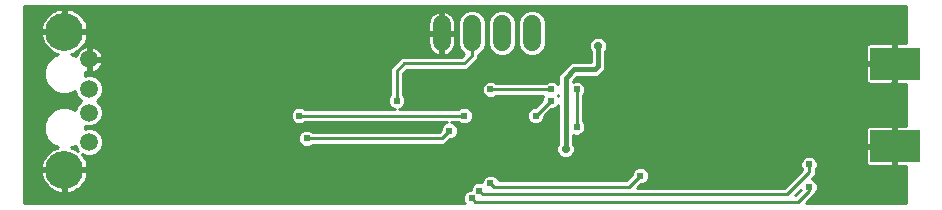
<source format=gbl>
G75*
%MOIN*%
%OFA0B0*%
%FSLAX25Y25*%
%IPPOS*%
%LPD*%
%AMOC8*
5,1,8,0,0,1.08239X$1,22.5*
%
%ADD10C,0.06000*%
%ADD11C,0.05937*%
%ADD12C,0.12661*%
%ADD13R,0.16500X0.10500*%
%ADD14C,0.02387*%
%ADD15C,0.01000*%
%ADD16C,0.02781*%
%ADD17C,0.01600*%
D10*
X0147219Y0083688D02*
X0147219Y0089687D01*
X0157219Y0089687D02*
X0157219Y0083688D01*
X0167219Y0083688D02*
X0167219Y0089687D01*
X0177219Y0089687D02*
X0177219Y0083688D01*
D11*
X0029719Y0077967D03*
X0029719Y0068125D03*
X0029719Y0060250D03*
X0029719Y0050408D03*
D12*
X0021451Y0041156D03*
X0021451Y0087219D03*
D13*
X0298290Y0076597D03*
X0298290Y0049081D03*
D14*
X0287179Y0049689D03*
X0283242Y0049689D03*
X0287179Y0046737D03*
X0287179Y0043784D03*
X0283242Y0042800D03*
X0289148Y0040831D03*
X0292100Y0040831D03*
X0295053Y0040831D03*
X0298006Y0040831D03*
X0300959Y0040831D03*
X0283242Y0034926D03*
X0277337Y0032957D03*
X0269689Y0035438D03*
X0254689Y0039188D03*
X0248793Y0038863D03*
X0241904Y0041815D03*
X0236982Y0039847D03*
X0227140Y0037878D03*
X0218281Y0037878D03*
X0213439Y0039188D03*
X0203518Y0038863D03*
X0195644Y0038863D03*
X0209423Y0042800D03*
X0217297Y0044768D03*
X0209423Y0049689D03*
X0197612Y0054611D03*
X0192189Y0055437D03*
X0178547Y0059187D03*
X0183547Y0064187D03*
X0183813Y0067938D03*
X0192189Y0067938D03*
X0197612Y0070359D03*
X0203439Y0065437D03*
X0208439Y0065437D03*
X0214344Y0070359D03*
X0214344Y0073312D03*
X0186785Y0076264D03*
X0181864Y0079217D03*
X0181864Y0072327D03*
X0163469Y0067938D03*
X0166116Y0064453D03*
X0157258Y0064453D03*
X0154719Y0059187D03*
X0161195Y0058548D03*
X0149719Y0054187D03*
X0154305Y0052642D03*
X0166116Y0052642D03*
X0138557Y0043784D03*
X0129699Y0044768D03*
X0119856Y0046737D03*
X0102219Y0051687D03*
X0119856Y0055595D03*
X0099719Y0059187D03*
X0103124Y0064453D03*
X0109030Y0070359D03*
X0109030Y0075280D03*
X0103124Y0075280D03*
X0114935Y0076264D03*
X0115919Y0079217D03*
X0115919Y0084138D03*
X0121825Y0085123D03*
X0141510Y0087091D03*
X0141510Y0081186D03*
X0152337Y0081186D03*
X0152337Y0093981D03*
X0141510Y0093981D03*
X0099187Y0089060D03*
X0078518Y0082170D03*
X0051943Y0085123D03*
X0051943Y0089060D03*
X0051943Y0092997D03*
X0030289Y0088075D03*
X0030289Y0083154D03*
X0043085Y0081186D03*
X0035211Y0078233D03*
X0034226Y0073312D03*
X0035211Y0064453D03*
X0039148Y0064453D03*
X0048006Y0060516D03*
X0059817Y0061500D03*
X0059817Y0058548D03*
X0072612Y0061500D03*
X0059817Y0064453D03*
X0058833Y0072327D03*
X0085407Y0065437D03*
X0132219Y0064187D03*
X0078518Y0047721D03*
X0071628Y0041815D03*
X0071628Y0036894D03*
X0064738Y0032957D03*
X0092297Y0034926D03*
X0119856Y0037878D03*
X0123793Y0038863D03*
X0135604Y0038863D03*
X0149384Y0034926D03*
X0157219Y0031687D03*
X0159719Y0034188D03*
X0163469Y0036688D03*
X0170053Y0042800D03*
X0181864Y0042800D03*
X0229689Y0052937D03*
X0232189Y0052937D03*
X0254689Y0054936D03*
X0259610Y0054936D03*
X0271431Y0053626D03*
X0271431Y0047721D03*
X0269689Y0042938D03*
X0299974Y0032957D03*
X0300959Y0056579D03*
X0298006Y0056579D03*
X0295053Y0056579D03*
X0292100Y0056579D03*
X0271431Y0059532D03*
X0271431Y0065437D03*
X0271431Y0071343D03*
X0263557Y0073312D03*
X0271431Y0077249D03*
X0277337Y0077249D03*
X0287179Y0077249D03*
X0287179Y0080201D03*
X0289148Y0084138D03*
X0292100Y0084138D03*
X0295053Y0084138D03*
X0298006Y0084138D03*
X0300959Y0084138D03*
X0299974Y0092997D03*
X0273400Y0092997D03*
X0248793Y0092997D03*
X0248793Y0083154D03*
X0257652Y0083154D03*
X0263557Y0081186D03*
X0239935Y0083154D03*
X0231077Y0083154D03*
X0222219Y0083154D03*
X0215329Y0083154D03*
X0215329Y0091028D03*
X0208439Y0092997D03*
X0201549Y0091028D03*
X0238941Y0063794D03*
X0242878Y0061825D03*
X0208439Y0060437D03*
X0203439Y0060437D03*
X0129699Y0033941D03*
X0048006Y0047721D03*
X0036195Y0045752D03*
X0030289Y0041815D03*
X0012573Y0041815D03*
X0014541Y0047721D03*
X0014541Y0034926D03*
X0021431Y0031973D03*
X0028321Y0034926D03*
X0036195Y0032957D03*
X0014541Y0081186D03*
X0012573Y0088075D03*
X0014541Y0093981D03*
X0028321Y0093981D03*
X0076549Y0093981D03*
X0298006Y0069375D03*
D15*
X0007968Y0095741D02*
X0007968Y0029937D01*
X0154903Y0029937D01*
X0154781Y0030059D01*
X0154344Y0031116D01*
X0154344Y0032259D01*
X0154781Y0033316D01*
X0155590Y0034125D01*
X0156647Y0034562D01*
X0156844Y0034562D01*
X0156844Y0034759D01*
X0157281Y0035816D01*
X0158090Y0036625D01*
X0159147Y0037062D01*
X0160290Y0037062D01*
X0160594Y0036937D01*
X0160594Y0037259D01*
X0161031Y0038316D01*
X0161840Y0039125D01*
X0162897Y0039562D01*
X0164040Y0039562D01*
X0165097Y0039125D01*
X0165906Y0038316D01*
X0166194Y0037619D01*
X0208786Y0037619D01*
X0210564Y0039397D01*
X0210564Y0039759D01*
X0211002Y0040816D01*
X0211811Y0041625D01*
X0212867Y0042062D01*
X0214011Y0042062D01*
X0215067Y0041625D01*
X0215876Y0040816D01*
X0216314Y0039759D01*
X0216314Y0038616D01*
X0215876Y0037559D01*
X0215067Y0036750D01*
X0214011Y0036313D01*
X0213649Y0036313D01*
X0212455Y0035119D01*
X0261286Y0035119D01*
X0267364Y0041197D01*
X0267252Y0041309D01*
X0266814Y0042366D01*
X0266814Y0043509D01*
X0267252Y0044566D01*
X0268061Y0045375D01*
X0269117Y0045812D01*
X0270261Y0045812D01*
X0271317Y0045375D01*
X0272126Y0044566D01*
X0272564Y0043509D01*
X0272564Y0042366D01*
X0272126Y0041309D01*
X0271870Y0041053D01*
X0271870Y0039534D01*
X0270535Y0038199D01*
X0271317Y0037875D01*
X0272126Y0037066D01*
X0272564Y0036009D01*
X0272564Y0034866D01*
X0272126Y0033809D01*
X0271870Y0033553D01*
X0271870Y0033284D01*
X0268523Y0029937D01*
X0302118Y0029937D01*
X0302118Y0042331D01*
X0298790Y0042331D01*
X0298790Y0048581D01*
X0297790Y0048581D01*
X0297790Y0042331D01*
X0289842Y0042331D01*
X0289461Y0042433D01*
X0289119Y0042631D01*
X0288839Y0042910D01*
X0288642Y0043252D01*
X0288540Y0043633D01*
X0288540Y0048581D01*
X0297790Y0048581D01*
X0297790Y0049581D01*
X0297790Y0055831D01*
X0289842Y0055831D01*
X0289461Y0055729D01*
X0289119Y0055531D01*
X0288839Y0055252D01*
X0288642Y0054910D01*
X0288540Y0054528D01*
X0288540Y0049581D01*
X0297790Y0049581D01*
X0298790Y0049581D01*
X0298790Y0055831D01*
X0302118Y0055831D01*
X0302118Y0069847D01*
X0298790Y0069847D01*
X0298790Y0076097D01*
X0297790Y0076097D01*
X0297790Y0069847D01*
X0289842Y0069847D01*
X0289461Y0069950D01*
X0289119Y0070147D01*
X0288839Y0070426D01*
X0288642Y0070768D01*
X0288540Y0071150D01*
X0288540Y0076097D01*
X0297790Y0076097D01*
X0297790Y0077097D01*
X0288540Y0077097D01*
X0288540Y0082045D01*
X0288642Y0082426D01*
X0288839Y0082768D01*
X0289119Y0083048D01*
X0289461Y0083245D01*
X0289842Y0083347D01*
X0297790Y0083347D01*
X0297790Y0077097D01*
X0298790Y0077097D01*
X0298790Y0083347D01*
X0302118Y0083347D01*
X0302118Y0095741D01*
X0007968Y0095741D01*
X0007968Y0095333D02*
X0302118Y0095333D01*
X0302118Y0094335D02*
X0178231Y0094335D01*
X0178150Y0094369D02*
X0176287Y0094369D01*
X0174567Y0093656D01*
X0173250Y0092339D01*
X0172537Y0090619D01*
X0172537Y0082756D01*
X0173250Y0081036D01*
X0174567Y0079719D01*
X0176287Y0079006D01*
X0178150Y0079006D01*
X0179870Y0079719D01*
X0181187Y0081036D01*
X0181900Y0082756D01*
X0181900Y0090619D01*
X0181187Y0092339D01*
X0179870Y0093656D01*
X0178150Y0094369D01*
X0176206Y0094335D02*
X0168231Y0094335D01*
X0168150Y0094369D02*
X0166287Y0094369D01*
X0164567Y0093656D01*
X0163250Y0092339D01*
X0162537Y0090619D01*
X0162537Y0082756D01*
X0163250Y0081036D01*
X0164567Y0079719D01*
X0166287Y0079006D01*
X0168150Y0079006D01*
X0169870Y0079719D01*
X0171187Y0081036D01*
X0171900Y0082756D01*
X0171900Y0090619D01*
X0171187Y0092339D01*
X0169870Y0093656D01*
X0168150Y0094369D01*
X0166206Y0094335D02*
X0158231Y0094335D01*
X0158150Y0094369D02*
X0156287Y0094369D01*
X0154567Y0093656D01*
X0153250Y0092339D01*
X0152537Y0090619D01*
X0152537Y0082756D01*
X0153250Y0081036D01*
X0154567Y0079719D01*
X0154637Y0079690D01*
X0153815Y0078869D01*
X0133815Y0078869D01*
X0131315Y0076369D01*
X0130037Y0075091D01*
X0130037Y0066072D01*
X0129781Y0065816D01*
X0129344Y0064759D01*
X0129344Y0063616D01*
X0129781Y0062559D01*
X0130590Y0061750D01*
X0131512Y0061369D01*
X0101603Y0061369D01*
X0101347Y0061625D01*
X0100290Y0062062D01*
X0099147Y0062062D01*
X0098090Y0061625D01*
X0097281Y0060816D01*
X0096844Y0059759D01*
X0096844Y0058616D01*
X0097281Y0057559D01*
X0098090Y0056750D01*
X0099147Y0056313D01*
X0100290Y0056313D01*
X0101347Y0056750D01*
X0101603Y0057006D01*
X0149012Y0057006D01*
X0148090Y0056625D01*
X0147281Y0055816D01*
X0146844Y0054759D01*
X0146844Y0054397D01*
X0146315Y0053869D01*
X0104103Y0053869D01*
X0103847Y0054125D01*
X0102790Y0054562D01*
X0101647Y0054562D01*
X0100590Y0054125D01*
X0099781Y0053316D01*
X0099344Y0052259D01*
X0099344Y0051116D01*
X0099781Y0050059D01*
X0100590Y0049250D01*
X0101647Y0048813D01*
X0102790Y0048813D01*
X0103847Y0049250D01*
X0104103Y0049506D01*
X0148122Y0049506D01*
X0149928Y0051313D01*
X0150290Y0051313D01*
X0151347Y0051750D01*
X0152156Y0052559D01*
X0152593Y0053616D01*
X0152593Y0054759D01*
X0152156Y0055816D01*
X0151347Y0056625D01*
X0150425Y0057006D01*
X0152834Y0057006D01*
X0153090Y0056750D01*
X0154147Y0056313D01*
X0155290Y0056313D01*
X0156347Y0056750D01*
X0157156Y0057559D01*
X0157593Y0058616D01*
X0157593Y0059759D01*
X0157156Y0060816D01*
X0156347Y0061625D01*
X0155290Y0062062D01*
X0154147Y0062062D01*
X0153090Y0061625D01*
X0152834Y0061369D01*
X0132925Y0061369D01*
X0133847Y0061750D01*
X0134656Y0062559D01*
X0135093Y0063616D01*
X0135093Y0064759D01*
X0134656Y0065816D01*
X0134400Y0066072D01*
X0134400Y0073284D01*
X0135622Y0074506D01*
X0155622Y0074506D01*
X0156900Y0075784D01*
X0159400Y0078284D01*
X0159400Y0079524D01*
X0159870Y0079719D01*
X0161187Y0081036D01*
X0161900Y0082756D01*
X0161900Y0090619D01*
X0161187Y0092339D01*
X0159870Y0093656D01*
X0158150Y0094369D01*
X0156206Y0094335D02*
X0024734Y0094335D01*
X0024922Y0094257D02*
X0023973Y0094650D01*
X0022982Y0094916D01*
X0021964Y0095050D01*
X0021951Y0095050D01*
X0021951Y0087719D01*
X0029281Y0087719D01*
X0029281Y0087732D01*
X0029148Y0088750D01*
X0028882Y0089741D01*
X0028489Y0090690D01*
X0027976Y0091579D01*
X0027351Y0092393D01*
X0026625Y0093119D01*
X0025811Y0093744D01*
X0024922Y0094257D01*
X0026342Y0093336D02*
X0144585Y0093336D01*
X0144860Y0093536D02*
X0144287Y0093120D01*
X0143786Y0092619D01*
X0143370Y0092046D01*
X0143048Y0091415D01*
X0142829Y0090741D01*
X0142719Y0090042D01*
X0142719Y0087187D01*
X0146718Y0087187D01*
X0146718Y0086188D01*
X0142719Y0086188D01*
X0142719Y0083333D01*
X0142829Y0082634D01*
X0143048Y0081960D01*
X0143370Y0081329D01*
X0143786Y0080756D01*
X0144287Y0080255D01*
X0144860Y0079839D01*
X0145491Y0079517D01*
X0146165Y0079298D01*
X0146719Y0079211D01*
X0146719Y0086187D01*
X0147718Y0086187D01*
X0147718Y0079211D01*
X0148272Y0079298D01*
X0148946Y0079517D01*
X0149577Y0079839D01*
X0150150Y0080255D01*
X0150651Y0080756D01*
X0151067Y0081329D01*
X0151389Y0081960D01*
X0151608Y0082634D01*
X0151718Y0083333D01*
X0151718Y0086188D01*
X0147719Y0086188D01*
X0147719Y0087187D01*
X0151718Y0087187D01*
X0151718Y0090042D01*
X0151608Y0090741D01*
X0151389Y0091415D01*
X0151067Y0092046D01*
X0150651Y0092619D01*
X0150150Y0093120D01*
X0149577Y0093536D01*
X0148946Y0093858D01*
X0148272Y0094077D01*
X0147718Y0094164D01*
X0147718Y0087188D01*
X0146719Y0087188D01*
X0146719Y0094164D01*
X0146165Y0094077D01*
X0145491Y0093858D01*
X0144860Y0093536D01*
X0143582Y0092338D02*
X0027393Y0092338D01*
X0028114Y0091339D02*
X0143024Y0091339D01*
X0142766Y0090341D02*
X0028634Y0090341D01*
X0028989Y0089342D02*
X0142719Y0089342D01*
X0142719Y0088344D02*
X0029201Y0088344D01*
X0029281Y0086719D02*
X0021951Y0086719D01*
X0021951Y0087719D01*
X0020951Y0087719D01*
X0020951Y0095050D01*
X0020938Y0095050D01*
X0019920Y0094916D01*
X0018928Y0094650D01*
X0017980Y0094257D01*
X0017091Y0093744D01*
X0016277Y0093119D01*
X0015551Y0092393D01*
X0014926Y0091579D01*
X0014413Y0090690D01*
X0014020Y0089741D01*
X0013754Y0088750D01*
X0013620Y0087732D01*
X0013620Y0087719D01*
X0020951Y0087719D01*
X0020951Y0086719D01*
X0013620Y0086719D01*
X0013620Y0086706D01*
X0013754Y0085688D01*
X0014020Y0084696D01*
X0014413Y0083748D01*
X0014926Y0082859D01*
X0015551Y0082045D01*
X0016277Y0081319D01*
X0017091Y0080694D01*
X0017980Y0080181D01*
X0018928Y0079788D01*
X0019167Y0079724D01*
X0017564Y0079060D01*
X0015633Y0077130D01*
X0014589Y0074608D01*
X0014589Y0071878D01*
X0015633Y0069355D01*
X0017564Y0067425D01*
X0020086Y0066380D01*
X0022816Y0066380D01*
X0025069Y0067314D01*
X0025069Y0067200D01*
X0025777Y0065491D01*
X0027080Y0064187D01*
X0025777Y0062884D01*
X0025069Y0061175D01*
X0025069Y0061061D01*
X0022816Y0061995D01*
X0020086Y0061995D01*
X0017564Y0060950D01*
X0015633Y0059020D01*
X0014589Y0056497D01*
X0014589Y0053767D01*
X0015633Y0051245D01*
X0017564Y0049315D01*
X0019167Y0048651D01*
X0018928Y0048587D01*
X0017980Y0048194D01*
X0017091Y0047681D01*
X0016277Y0047056D01*
X0015551Y0046330D01*
X0014926Y0045516D01*
X0014413Y0044627D01*
X0014020Y0043678D01*
X0013754Y0042687D01*
X0013620Y0041669D01*
X0013620Y0041656D01*
X0020951Y0041656D01*
X0020951Y0040656D01*
X0021951Y0040656D01*
X0021951Y0041656D01*
X0029281Y0041656D01*
X0029281Y0041669D01*
X0029148Y0042687D01*
X0028882Y0043678D01*
X0028489Y0044627D01*
X0027976Y0045516D01*
X0027351Y0046330D01*
X0027307Y0046374D01*
X0028794Y0045758D01*
X0030643Y0045758D01*
X0032352Y0046466D01*
X0033660Y0047774D01*
X0034368Y0049483D01*
X0034368Y0051333D01*
X0033660Y0053042D01*
X0032352Y0054350D01*
X0030643Y0055058D01*
X0028794Y0055058D01*
X0028313Y0054858D01*
X0028313Y0055800D01*
X0028794Y0055601D01*
X0030643Y0055601D01*
X0032352Y0056309D01*
X0033660Y0057617D01*
X0034368Y0059326D01*
X0034368Y0061175D01*
X0033660Y0062884D01*
X0032357Y0064187D01*
X0033660Y0065491D01*
X0034368Y0067200D01*
X0034368Y0069049D01*
X0033660Y0070758D01*
X0032352Y0072066D01*
X0030643Y0072774D01*
X0028794Y0072774D01*
X0028313Y0072575D01*
X0028313Y0073725D01*
X0028672Y0073609D01*
X0029234Y0073520D01*
X0029234Y0077483D01*
X0030203Y0077483D01*
X0030203Y0078451D01*
X0034166Y0078451D01*
X0034077Y0079013D01*
X0033860Y0079682D01*
X0033540Y0080309D01*
X0033127Y0080878D01*
X0032630Y0081375D01*
X0032061Y0081789D01*
X0031434Y0082108D01*
X0030765Y0082325D01*
X0030203Y0082415D01*
X0030203Y0078451D01*
X0029234Y0078451D01*
X0029234Y0082415D01*
X0028672Y0082325D01*
X0028003Y0082108D01*
X0027376Y0081789D01*
X0026807Y0081375D01*
X0026310Y0080878D01*
X0025897Y0080309D01*
X0025577Y0079682D01*
X0025366Y0079032D01*
X0025338Y0079060D01*
X0023735Y0079724D01*
X0023973Y0079788D01*
X0024922Y0080181D01*
X0025811Y0080694D01*
X0026625Y0081319D01*
X0027351Y0082045D01*
X0027976Y0082859D01*
X0028489Y0083748D01*
X0028882Y0084696D01*
X0029148Y0085688D01*
X0029281Y0086706D01*
X0029281Y0086719D01*
X0029234Y0086347D02*
X0146718Y0086347D01*
X0146719Y0087345D02*
X0147718Y0087345D01*
X0147719Y0086347D02*
X0152537Y0086347D01*
X0152537Y0087345D02*
X0151718Y0087345D01*
X0151718Y0088344D02*
X0152537Y0088344D01*
X0152537Y0089342D02*
X0151718Y0089342D01*
X0151671Y0090341D02*
X0152537Y0090341D01*
X0152836Y0091339D02*
X0151413Y0091339D01*
X0150855Y0092338D02*
X0153249Y0092338D01*
X0154247Y0093336D02*
X0149852Y0093336D01*
X0147718Y0093336D02*
X0146719Y0093336D01*
X0146719Y0092338D02*
X0147718Y0092338D01*
X0147718Y0091339D02*
X0146719Y0091339D01*
X0146719Y0090341D02*
X0147718Y0090341D01*
X0147718Y0089342D02*
X0146719Y0089342D01*
X0146719Y0088344D02*
X0147718Y0088344D01*
X0142719Y0087345D02*
X0021951Y0087345D01*
X0021951Y0088344D02*
X0020951Y0088344D01*
X0020951Y0089342D02*
X0021951Y0089342D01*
X0021951Y0090341D02*
X0020951Y0090341D01*
X0020951Y0091339D02*
X0021951Y0091339D01*
X0021951Y0092338D02*
X0020951Y0092338D01*
X0020951Y0093336D02*
X0021951Y0093336D01*
X0021951Y0094335D02*
X0020951Y0094335D01*
X0018167Y0094335D02*
X0007968Y0094335D01*
X0007968Y0093336D02*
X0016560Y0093336D01*
X0015508Y0092338D02*
X0007968Y0092338D01*
X0007968Y0091339D02*
X0014787Y0091339D01*
X0014268Y0090341D02*
X0007968Y0090341D01*
X0007968Y0089342D02*
X0013913Y0089342D01*
X0013701Y0088344D02*
X0007968Y0088344D01*
X0007968Y0087345D02*
X0020951Y0087345D01*
X0013845Y0085348D02*
X0007968Y0085348D01*
X0007968Y0084350D02*
X0014163Y0084350D01*
X0014642Y0083351D02*
X0007968Y0083351D01*
X0007968Y0082353D02*
X0015314Y0082353D01*
X0016241Y0081354D02*
X0007968Y0081354D01*
X0007968Y0080356D02*
X0017677Y0080356D01*
X0018281Y0079357D02*
X0007968Y0079357D01*
X0007968Y0078359D02*
X0016862Y0078359D01*
X0015864Y0077360D02*
X0007968Y0077360D01*
X0007968Y0076362D02*
X0015315Y0076362D01*
X0014902Y0075363D02*
X0007968Y0075363D01*
X0007968Y0074365D02*
X0014589Y0074365D01*
X0014589Y0073366D02*
X0007968Y0073366D01*
X0007968Y0072368D02*
X0014589Y0072368D01*
X0014799Y0071369D02*
X0007968Y0071369D01*
X0007968Y0070371D02*
X0015213Y0070371D01*
X0015626Y0069372D02*
X0007968Y0069372D01*
X0007968Y0068373D02*
X0016615Y0068373D01*
X0017685Y0067375D02*
X0007968Y0067375D01*
X0007968Y0066376D02*
X0025410Y0066376D01*
X0025890Y0065378D02*
X0007968Y0065378D01*
X0007968Y0064379D02*
X0026888Y0064379D01*
X0026273Y0063381D02*
X0007968Y0063381D01*
X0007968Y0062382D02*
X0025569Y0062382D01*
X0025155Y0061384D02*
X0024290Y0061384D01*
X0018612Y0061384D02*
X0007968Y0061384D01*
X0007968Y0060385D02*
X0016999Y0060385D01*
X0016001Y0059387D02*
X0007968Y0059387D01*
X0007968Y0058388D02*
X0015372Y0058388D01*
X0014958Y0057390D02*
X0007968Y0057390D01*
X0007968Y0056391D02*
X0014589Y0056391D01*
X0014589Y0055393D02*
X0007968Y0055393D01*
X0007968Y0054394D02*
X0014589Y0054394D01*
X0014742Y0053396D02*
X0007968Y0053396D01*
X0007968Y0052397D02*
X0015156Y0052397D01*
X0015570Y0051399D02*
X0007968Y0051399D01*
X0007968Y0050400D02*
X0016478Y0050400D01*
X0017477Y0049402D02*
X0007968Y0049402D01*
X0007968Y0048403D02*
X0018485Y0048403D01*
X0016731Y0047405D02*
X0007968Y0047405D01*
X0007968Y0046406D02*
X0015627Y0046406D01*
X0014863Y0045408D02*
X0007968Y0045408D01*
X0007968Y0044409D02*
X0014322Y0044409D01*
X0013948Y0043411D02*
X0007968Y0043411D01*
X0007968Y0042412D02*
X0013718Y0042412D01*
X0013620Y0040656D02*
X0013620Y0040643D01*
X0013754Y0039625D01*
X0014020Y0038634D01*
X0014413Y0037685D01*
X0014926Y0036796D01*
X0015551Y0035982D01*
X0016277Y0035256D01*
X0017091Y0034631D01*
X0017980Y0034118D01*
X0018928Y0033725D01*
X0019920Y0033459D01*
X0020938Y0033325D01*
X0020951Y0033325D01*
X0020951Y0040656D01*
X0013620Y0040656D01*
X0013650Y0040415D02*
X0007968Y0040415D01*
X0007968Y0039417D02*
X0013810Y0039417D01*
X0014109Y0038418D02*
X0007968Y0038418D01*
X0007968Y0037420D02*
X0014566Y0037420D01*
X0015214Y0036421D02*
X0007968Y0036421D01*
X0007968Y0035423D02*
X0016110Y0035423D01*
X0017449Y0034424D02*
X0007968Y0034424D01*
X0007968Y0033426D02*
X0020176Y0033426D01*
X0020951Y0033426D02*
X0021951Y0033426D01*
X0021951Y0033325D02*
X0021964Y0033325D01*
X0022982Y0033459D01*
X0023973Y0033725D01*
X0024922Y0034118D01*
X0025811Y0034631D01*
X0026625Y0035256D01*
X0027351Y0035982D01*
X0027976Y0036796D01*
X0028489Y0037685D01*
X0028882Y0038634D01*
X0029148Y0039625D01*
X0029281Y0040643D01*
X0029281Y0040656D01*
X0021951Y0040656D01*
X0021951Y0033325D01*
X0022726Y0033426D02*
X0154891Y0033426D01*
X0154413Y0032427D02*
X0007968Y0032427D01*
X0007968Y0031429D02*
X0154344Y0031429D01*
X0154628Y0030430D02*
X0007968Y0030430D01*
X0020951Y0034424D02*
X0021951Y0034424D01*
X0021951Y0035423D02*
X0020951Y0035423D01*
X0020951Y0036421D02*
X0021951Y0036421D01*
X0021951Y0037420D02*
X0020951Y0037420D01*
X0020951Y0038418D02*
X0021951Y0038418D01*
X0021951Y0039417D02*
X0020951Y0039417D01*
X0020951Y0040415D02*
X0021951Y0040415D01*
X0021951Y0041414D02*
X0211600Y0041414D01*
X0210836Y0040415D02*
X0029252Y0040415D01*
X0029092Y0039417D02*
X0162545Y0039417D01*
X0161134Y0038418D02*
X0028793Y0038418D01*
X0028336Y0037420D02*
X0160660Y0037420D01*
X0163469Y0036688D02*
X0164719Y0035438D01*
X0209689Y0035438D01*
X0213439Y0039188D01*
X0216042Y0040415D02*
X0266582Y0040415D01*
X0267208Y0041414D02*
X0215278Y0041414D01*
X0216314Y0039417D02*
X0265584Y0039417D01*
X0264585Y0038418D02*
X0216232Y0038418D01*
X0215737Y0037420D02*
X0263587Y0037420D01*
X0262588Y0036421D02*
X0214273Y0036421D01*
X0212759Y0035423D02*
X0261590Y0035423D01*
X0264955Y0032619D02*
X0266928Y0034592D01*
X0266951Y0034534D01*
X0265036Y0032619D01*
X0264955Y0032619D01*
X0265762Y0033426D02*
X0265843Y0033426D01*
X0266760Y0034424D02*
X0266841Y0034424D01*
X0269689Y0034188D02*
X0265939Y0030437D01*
X0158469Y0030437D01*
X0157219Y0031687D01*
X0159719Y0034188D02*
X0160969Y0032938D01*
X0262189Y0032938D01*
X0269689Y0040438D01*
X0269689Y0042938D01*
X0272191Y0044409D02*
X0288540Y0044409D01*
X0288540Y0045408D02*
X0271238Y0045408D01*
X0268140Y0045408D02*
X0190094Y0045408D01*
X0190248Y0045471D02*
X0191112Y0046335D01*
X0191580Y0047464D01*
X0191580Y0048686D01*
X0191112Y0049815D01*
X0190989Y0049938D01*
X0190989Y0052823D01*
X0191617Y0052563D01*
X0192761Y0052563D01*
X0193817Y0053000D01*
X0194626Y0053809D01*
X0195064Y0054866D01*
X0195064Y0056009D01*
X0194626Y0057066D01*
X0194370Y0057322D01*
X0194370Y0066053D01*
X0194626Y0066309D01*
X0195064Y0067366D01*
X0195064Y0068509D01*
X0194626Y0069566D01*
X0193817Y0070375D01*
X0192761Y0070812D01*
X0191617Y0070812D01*
X0190989Y0070552D01*
X0190989Y0070670D01*
X0192488Y0072169D01*
X0198844Y0072169D01*
X0199756Y0072547D01*
X0200740Y0073531D01*
X0201438Y0074229D01*
X0201816Y0075141D01*
X0201816Y0080661D01*
X0201939Y0080784D01*
X0202406Y0081913D01*
X0202406Y0083135D01*
X0201939Y0084264D01*
X0201075Y0085128D01*
X0199946Y0085596D01*
X0198724Y0085596D01*
X0197595Y0085128D01*
X0196731Y0084264D01*
X0196263Y0083135D01*
X0196263Y0081913D01*
X0196731Y0080784D01*
X0196854Y0080661D01*
X0196854Y0077131D01*
X0190967Y0077131D01*
X0190055Y0076753D01*
X0189357Y0076056D01*
X0186404Y0073103D01*
X0186027Y0072191D01*
X0186027Y0069789D01*
X0185441Y0070375D01*
X0184385Y0070812D01*
X0183241Y0070812D01*
X0182185Y0070375D01*
X0181929Y0070119D01*
X0165353Y0070119D01*
X0165097Y0070375D01*
X0164040Y0070812D01*
X0162897Y0070812D01*
X0161840Y0070375D01*
X0161031Y0069566D01*
X0160594Y0068509D01*
X0160594Y0067366D01*
X0161031Y0066309D01*
X0161840Y0065500D01*
X0162897Y0065063D01*
X0164040Y0065063D01*
X0165097Y0065500D01*
X0165353Y0065756D01*
X0181085Y0065756D01*
X0180672Y0064759D01*
X0180672Y0064397D01*
X0178337Y0062062D01*
X0177975Y0062062D01*
X0176919Y0061625D01*
X0176110Y0060816D01*
X0175672Y0059759D01*
X0175672Y0058616D01*
X0176110Y0057559D01*
X0176919Y0056750D01*
X0177975Y0056313D01*
X0179119Y0056313D01*
X0180176Y0056750D01*
X0180984Y0057559D01*
X0181422Y0058616D01*
X0181422Y0058978D01*
X0183757Y0061313D01*
X0184119Y0061313D01*
X0185176Y0061750D01*
X0185984Y0062559D01*
X0186027Y0062661D01*
X0186027Y0049938D01*
X0185904Y0049815D01*
X0185436Y0048686D01*
X0185436Y0047464D01*
X0185904Y0046335D01*
X0186768Y0045471D01*
X0187897Y0045004D01*
X0189119Y0045004D01*
X0190248Y0045471D01*
X0191141Y0046406D02*
X0288540Y0046406D01*
X0288540Y0047405D02*
X0191555Y0047405D01*
X0191580Y0048403D02*
X0288540Y0048403D01*
X0288540Y0050400D02*
X0190989Y0050400D01*
X0190989Y0051399D02*
X0288540Y0051399D01*
X0288540Y0052397D02*
X0190989Y0052397D01*
X0194213Y0053396D02*
X0288540Y0053396D01*
X0288540Y0054394D02*
X0194869Y0054394D01*
X0195064Y0055393D02*
X0288980Y0055393D01*
X0297790Y0055393D02*
X0298790Y0055393D01*
X0298790Y0054394D02*
X0297790Y0054394D01*
X0297790Y0053396D02*
X0298790Y0053396D01*
X0298790Y0052397D02*
X0297790Y0052397D01*
X0297790Y0051399D02*
X0298790Y0051399D01*
X0298790Y0050400D02*
X0297790Y0050400D01*
X0297790Y0049402D02*
X0191283Y0049402D01*
X0186027Y0050400D02*
X0149016Y0050400D01*
X0150498Y0051399D02*
X0186027Y0051399D01*
X0186027Y0052397D02*
X0151994Y0052397D01*
X0152502Y0053396D02*
X0186027Y0053396D01*
X0186027Y0054394D02*
X0152593Y0054394D01*
X0152331Y0055393D02*
X0186027Y0055393D01*
X0186027Y0056391D02*
X0179309Y0056391D01*
X0177786Y0056391D02*
X0155480Y0056391D01*
X0153957Y0056391D02*
X0151580Y0056391D01*
X0147857Y0056391D02*
X0100480Y0056391D01*
X0098957Y0056391D02*
X0032435Y0056391D01*
X0033433Y0057390D02*
X0097451Y0057390D01*
X0096938Y0058388D02*
X0033980Y0058388D01*
X0034368Y0059387D02*
X0096844Y0059387D01*
X0097103Y0060385D02*
X0034368Y0060385D01*
X0034282Y0061384D02*
X0097849Y0061384D01*
X0101588Y0061384D02*
X0131475Y0061384D01*
X0132962Y0061384D02*
X0152849Y0061384D01*
X0156588Y0061384D02*
X0176678Y0061384D01*
X0175932Y0060385D02*
X0157334Y0060385D01*
X0157593Y0059387D02*
X0175672Y0059387D01*
X0175767Y0058388D02*
X0157499Y0058388D01*
X0156986Y0057390D02*
X0176279Y0057390D01*
X0180815Y0057390D02*
X0186027Y0057390D01*
X0186027Y0058388D02*
X0181328Y0058388D01*
X0181831Y0059387D02*
X0186027Y0059387D01*
X0186027Y0060385D02*
X0182830Y0060385D01*
X0184291Y0061384D02*
X0186027Y0061384D01*
X0186027Y0062382D02*
X0185808Y0062382D01*
X0183547Y0064187D02*
X0178547Y0059187D01*
X0178658Y0062382D02*
X0134479Y0062382D01*
X0134996Y0063381D02*
X0179656Y0063381D01*
X0180655Y0064379D02*
X0135093Y0064379D01*
X0134837Y0065378D02*
X0162136Y0065378D01*
X0161003Y0066376D02*
X0134400Y0066376D01*
X0134400Y0067375D02*
X0160594Y0067375D01*
X0160594Y0068373D02*
X0134400Y0068373D01*
X0134400Y0069372D02*
X0160951Y0069372D01*
X0161836Y0070371D02*
X0134400Y0070371D01*
X0134400Y0071369D02*
X0186027Y0071369D01*
X0186027Y0070371D02*
X0185446Y0070371D01*
X0182180Y0070371D02*
X0165101Y0070371D01*
X0163469Y0067938D02*
X0183813Y0067938D01*
X0185871Y0065930D02*
X0186027Y0066086D01*
X0186027Y0065714D01*
X0185984Y0065816D01*
X0185871Y0065930D01*
X0180929Y0065378D02*
X0164801Y0065378D01*
X0154719Y0059187D02*
X0099719Y0059187D01*
X0101241Y0054394D02*
X0032245Y0054394D01*
X0033306Y0053396D02*
X0099861Y0053396D01*
X0099401Y0052397D02*
X0033927Y0052397D01*
X0034341Y0051399D02*
X0099344Y0051399D01*
X0099640Y0050400D02*
X0034368Y0050400D01*
X0034334Y0049402D02*
X0100439Y0049402D01*
X0103998Y0049402D02*
X0185733Y0049402D01*
X0185436Y0048403D02*
X0033921Y0048403D01*
X0033291Y0047405D02*
X0185461Y0047405D01*
X0185874Y0046406D02*
X0032207Y0046406D01*
X0028038Y0045408D02*
X0186921Y0045408D01*
X0165803Y0038418D02*
X0209585Y0038418D01*
X0210564Y0039417D02*
X0164392Y0039417D01*
X0157887Y0036421D02*
X0027688Y0036421D01*
X0026792Y0035423D02*
X0157118Y0035423D01*
X0156313Y0034424D02*
X0025452Y0034424D01*
X0020951Y0041414D02*
X0007968Y0041414D01*
X0024922Y0048194D02*
X0025811Y0047681D01*
X0026066Y0047485D01*
X0025777Y0047774D01*
X0025168Y0049244D01*
X0023735Y0048651D01*
X0023973Y0048587D01*
X0024922Y0048194D01*
X0024417Y0048403D02*
X0025516Y0048403D01*
X0028579Y0044409D02*
X0267187Y0044409D01*
X0266814Y0043411D02*
X0028954Y0043411D01*
X0029184Y0042412D02*
X0266814Y0042412D01*
X0272169Y0041414D02*
X0302118Y0041414D01*
X0302118Y0040415D02*
X0271870Y0040415D01*
X0271753Y0039417D02*
X0302118Y0039417D01*
X0302118Y0038418D02*
X0270754Y0038418D01*
X0271772Y0037420D02*
X0302118Y0037420D01*
X0302118Y0036421D02*
X0272393Y0036421D01*
X0272564Y0035423D02*
X0302118Y0035423D01*
X0302118Y0034424D02*
X0272381Y0034424D01*
X0271870Y0033426D02*
X0302118Y0033426D01*
X0302118Y0032427D02*
X0271013Y0032427D01*
X0270015Y0031429D02*
X0302118Y0031429D01*
X0302118Y0030430D02*
X0269016Y0030430D01*
X0269689Y0034188D02*
X0269689Y0035438D01*
X0272564Y0042412D02*
X0289539Y0042412D01*
X0288599Y0043411D02*
X0272564Y0043411D01*
X0297790Y0043411D02*
X0298790Y0043411D01*
X0298790Y0044409D02*
X0297790Y0044409D01*
X0297790Y0045408D02*
X0298790Y0045408D01*
X0298790Y0046406D02*
X0297790Y0046406D01*
X0297790Y0047405D02*
X0298790Y0047405D01*
X0298790Y0048403D02*
X0297790Y0048403D01*
X0297790Y0042412D02*
X0298790Y0042412D01*
X0302118Y0056391D02*
X0194906Y0056391D01*
X0194370Y0057390D02*
X0302118Y0057390D01*
X0302118Y0058388D02*
X0194370Y0058388D01*
X0194370Y0059387D02*
X0302118Y0059387D01*
X0302118Y0060385D02*
X0194370Y0060385D01*
X0194370Y0061384D02*
X0302118Y0061384D01*
X0302118Y0062382D02*
X0194370Y0062382D01*
X0194370Y0063381D02*
X0302118Y0063381D01*
X0302118Y0064379D02*
X0194370Y0064379D01*
X0194370Y0065378D02*
X0302118Y0065378D01*
X0302118Y0066376D02*
X0194654Y0066376D01*
X0195064Y0067375D02*
X0302118Y0067375D01*
X0302118Y0068373D02*
X0195064Y0068373D01*
X0194706Y0069372D02*
X0302118Y0069372D01*
X0298790Y0070371D02*
X0297790Y0070371D01*
X0297790Y0071369D02*
X0298790Y0071369D01*
X0298790Y0072368D02*
X0297790Y0072368D01*
X0297790Y0073366D02*
X0298790Y0073366D01*
X0298790Y0074365D02*
X0297790Y0074365D01*
X0297790Y0075363D02*
X0298790Y0075363D01*
X0297790Y0076362D02*
X0201816Y0076362D01*
X0201816Y0077360D02*
X0288540Y0077360D01*
X0288540Y0078359D02*
X0201816Y0078359D01*
X0201816Y0079357D02*
X0288540Y0079357D01*
X0288540Y0080356D02*
X0201816Y0080356D01*
X0202175Y0081354D02*
X0288540Y0081354D01*
X0288622Y0082353D02*
X0202406Y0082353D01*
X0202317Y0083351D02*
X0302118Y0083351D01*
X0302118Y0084350D02*
X0201853Y0084350D01*
X0200543Y0085348D02*
X0302118Y0085348D01*
X0302118Y0086347D02*
X0181900Y0086347D01*
X0181900Y0087345D02*
X0302118Y0087345D01*
X0302118Y0088344D02*
X0181900Y0088344D01*
X0181900Y0089342D02*
X0302118Y0089342D01*
X0302118Y0090341D02*
X0181900Y0090341D01*
X0181601Y0091339D02*
X0302118Y0091339D01*
X0302118Y0092338D02*
X0181188Y0092338D01*
X0180190Y0093336D02*
X0302118Y0093336D01*
X0298790Y0082353D02*
X0297790Y0082353D01*
X0297790Y0081354D02*
X0298790Y0081354D01*
X0298790Y0080356D02*
X0297790Y0080356D01*
X0297790Y0079357D02*
X0298790Y0079357D01*
X0298790Y0078359D02*
X0297790Y0078359D01*
X0297790Y0077360D02*
X0298790Y0077360D01*
X0288540Y0075363D02*
X0201816Y0075363D01*
X0201494Y0074365D02*
X0288540Y0074365D01*
X0288540Y0073366D02*
X0200575Y0073366D01*
X0199323Y0072368D02*
X0288540Y0072368D01*
X0288540Y0071369D02*
X0191688Y0071369D01*
X0193822Y0070371D02*
X0288895Y0070371D01*
X0198126Y0085348D02*
X0181900Y0085348D01*
X0181900Y0084350D02*
X0196816Y0084350D01*
X0196352Y0083351D02*
X0181900Y0083351D01*
X0181732Y0082353D02*
X0196263Y0082353D01*
X0196495Y0081354D02*
X0181319Y0081354D01*
X0180507Y0080356D02*
X0196854Y0080356D01*
X0196854Y0079357D02*
X0178996Y0079357D01*
X0175441Y0079357D02*
X0168996Y0079357D01*
X0170507Y0080356D02*
X0173930Y0080356D01*
X0173118Y0081354D02*
X0171319Y0081354D01*
X0171732Y0082353D02*
X0172705Y0082353D01*
X0172537Y0083351D02*
X0171900Y0083351D01*
X0171900Y0084350D02*
X0172537Y0084350D01*
X0172537Y0085348D02*
X0171900Y0085348D01*
X0171900Y0086347D02*
X0172537Y0086347D01*
X0172537Y0087345D02*
X0171900Y0087345D01*
X0171900Y0088344D02*
X0172537Y0088344D01*
X0172537Y0089342D02*
X0171900Y0089342D01*
X0171900Y0090341D02*
X0172537Y0090341D01*
X0172836Y0091339D02*
X0171601Y0091339D01*
X0171188Y0092338D02*
X0173249Y0092338D01*
X0174247Y0093336D02*
X0170190Y0093336D01*
X0164247Y0093336D02*
X0160190Y0093336D01*
X0161188Y0092338D02*
X0163249Y0092338D01*
X0162836Y0091339D02*
X0161601Y0091339D01*
X0161900Y0090341D02*
X0162537Y0090341D01*
X0162537Y0089342D02*
X0161900Y0089342D01*
X0161900Y0088344D02*
X0162537Y0088344D01*
X0162537Y0087345D02*
X0161900Y0087345D01*
X0161900Y0086347D02*
X0162537Y0086347D01*
X0162537Y0085348D02*
X0161900Y0085348D01*
X0161900Y0084350D02*
X0162537Y0084350D01*
X0162537Y0083351D02*
X0161900Y0083351D01*
X0161732Y0082353D02*
X0162705Y0082353D01*
X0163118Y0081354D02*
X0161319Y0081354D01*
X0160507Y0080356D02*
X0163930Y0080356D01*
X0165441Y0079357D02*
X0159400Y0079357D01*
X0159400Y0078359D02*
X0196854Y0078359D01*
X0196854Y0077360D02*
X0158476Y0077360D01*
X0157477Y0076362D02*
X0189663Y0076362D01*
X0188665Y0075363D02*
X0156479Y0075363D01*
X0154719Y0076688D02*
X0134719Y0076688D01*
X0132219Y0074188D01*
X0132219Y0064187D01*
X0129344Y0064379D02*
X0032549Y0064379D01*
X0033164Y0063381D02*
X0129441Y0063381D01*
X0129958Y0062382D02*
X0033868Y0062382D01*
X0033547Y0065378D02*
X0129600Y0065378D01*
X0130037Y0066376D02*
X0034027Y0066376D01*
X0034368Y0067375D02*
X0130037Y0067375D01*
X0130037Y0068373D02*
X0034368Y0068373D01*
X0034234Y0069372D02*
X0130037Y0069372D01*
X0130037Y0070371D02*
X0033821Y0070371D01*
X0033050Y0071369D02*
X0130037Y0071369D01*
X0130037Y0072368D02*
X0031625Y0072368D01*
X0031434Y0073826D02*
X0030765Y0073609D01*
X0030203Y0073520D01*
X0030203Y0077483D01*
X0034166Y0077483D01*
X0034077Y0076921D01*
X0033860Y0076252D01*
X0033540Y0075625D01*
X0033127Y0075056D01*
X0032630Y0074559D01*
X0032061Y0074145D01*
X0031434Y0073826D01*
X0032362Y0074365D02*
X0130037Y0074365D01*
X0130037Y0073366D02*
X0028313Y0073366D01*
X0029234Y0074365D02*
X0030203Y0074365D01*
X0030203Y0075363D02*
X0029234Y0075363D01*
X0029234Y0076362D02*
X0030203Y0076362D01*
X0030203Y0077360D02*
X0029234Y0077360D01*
X0030203Y0078359D02*
X0133305Y0078359D01*
X0132307Y0077360D02*
X0034147Y0077360D01*
X0033895Y0076362D02*
X0131308Y0076362D01*
X0130310Y0075363D02*
X0033350Y0075363D01*
X0033965Y0079357D02*
X0145984Y0079357D01*
X0146719Y0079357D02*
X0147718Y0079357D01*
X0148453Y0079357D02*
X0154304Y0079357D01*
X0153930Y0080356D02*
X0150251Y0080356D01*
X0151080Y0081354D02*
X0153118Y0081354D01*
X0152705Y0082353D02*
X0151516Y0082353D01*
X0151718Y0083351D02*
X0152537Y0083351D01*
X0152537Y0084350D02*
X0151718Y0084350D01*
X0151718Y0085348D02*
X0152537Y0085348D01*
X0157219Y0086687D02*
X0157219Y0079188D01*
X0154719Y0076688D01*
X0147718Y0080356D02*
X0146719Y0080356D01*
X0146719Y0081354D02*
X0147718Y0081354D01*
X0147718Y0082353D02*
X0146719Y0082353D01*
X0146719Y0083351D02*
X0147718Y0083351D01*
X0147718Y0084350D02*
X0146719Y0084350D01*
X0146719Y0085348D02*
X0147718Y0085348D01*
X0142719Y0085348D02*
X0029056Y0085348D01*
X0028738Y0084350D02*
X0142719Y0084350D01*
X0142719Y0083351D02*
X0028260Y0083351D01*
X0028844Y0082353D02*
X0027587Y0082353D01*
X0026786Y0081354D02*
X0026660Y0081354D01*
X0025931Y0080356D02*
X0025224Y0080356D01*
X0025472Y0079357D02*
X0024621Y0079357D01*
X0029234Y0079357D02*
X0030203Y0079357D01*
X0030203Y0080356D02*
X0029234Y0080356D01*
X0029234Y0081354D02*
X0030203Y0081354D01*
X0030203Y0082353D02*
X0029234Y0082353D01*
X0030593Y0082353D02*
X0142921Y0082353D01*
X0143357Y0081354D02*
X0032651Y0081354D01*
X0033506Y0080356D02*
X0144186Y0080356D01*
X0135480Y0074365D02*
X0187666Y0074365D01*
X0186668Y0073366D02*
X0134482Y0073366D01*
X0134400Y0072368D02*
X0186100Y0072368D01*
X0192189Y0067938D02*
X0192189Y0055437D01*
X0149719Y0054187D02*
X0147219Y0051687D01*
X0102219Y0051687D01*
X0103196Y0054394D02*
X0146841Y0054394D01*
X0147106Y0055393D02*
X0028313Y0055393D01*
X0013667Y0086347D02*
X0007968Y0086347D01*
D16*
X0188508Y0048075D03*
X0199335Y0082524D03*
D17*
X0199335Y0075634D01*
X0198350Y0074650D01*
X0191461Y0074650D01*
X0188508Y0071697D01*
X0188508Y0048075D01*
M02*

</source>
